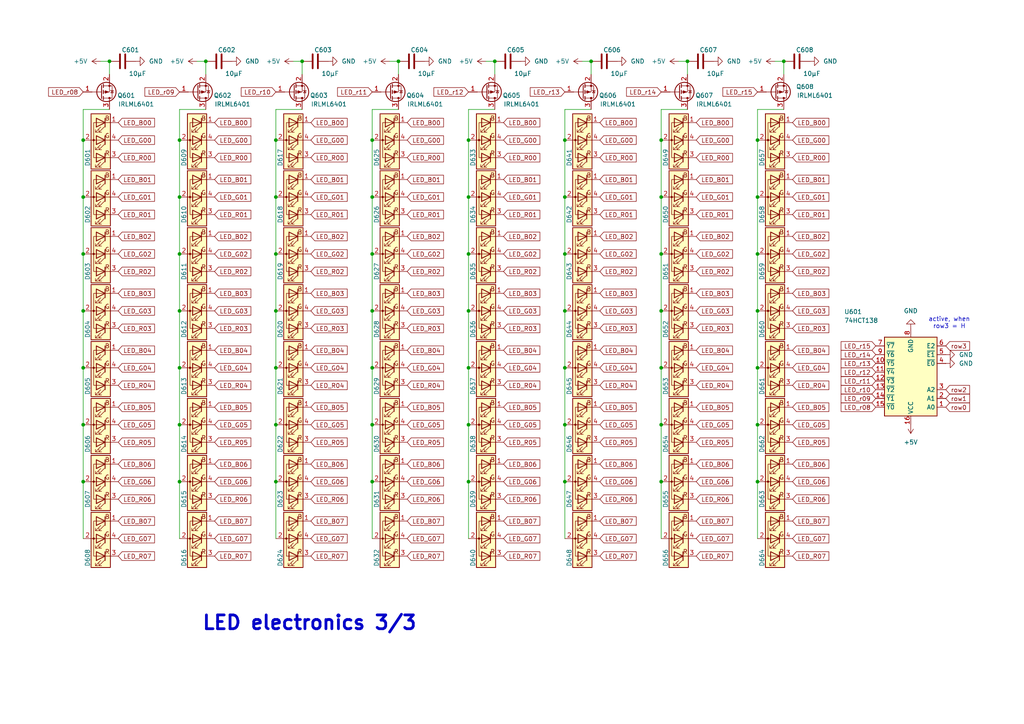
<source format=kicad_sch>
(kicad_sch (version 20231120) (generator "eeschema") (generator_version "8.0")
  (paper "A4")
  (title_block (title "RS128c") (date "2025-01-12") (rev "Rev. 1") (company "Ludwin Monz") (comment 1 "you may not use the material for commercial purposes.") (comment 2 "you may use non-commercially, adapt, share alike ") (comment 3 "https://creativecommons.org/licenses/by-nc-sa/4.0/") (comment 4 "License: Creative Commons Attribution-Non-Commercial (CC BY-NC-SA)"))
  (junction (at 107.95 106.68))
  (junction (at 227.33 17.78))
  (junction (at 135.89 90.17))
  (junction (at 163.83 73.66))
  (junction (at 24.13 123.19))
  (junction (at 163.83 40.64))
  (junction (at 219.71 90.17))
  (junction (at 135.89 123.19))
  (junction (at 52.07 73.66))
  (junction (at 24.13 40.64))
  (junction (at 107.95 40.64))
  (junction (at 80.01 139.7))
  (junction (at 163.83 90.17))
  (junction (at 52.07 57.15))
  (junction (at 163.83 57.15))
  (junction (at 191.77 73.66))
  (junction (at 199.39 17.78))
  (junction (at 80.01 90.17))
  (junction (at 24.13 73.66))
  (junction (at 87.63 17.78))
  (junction (at 219.71 139.7))
  (junction (at 80.01 106.68))
  (junction (at 52.07 123.19))
  (junction (at 115.57 17.78))
  (junction (at 163.83 139.7))
  (junction (at 219.71 123.19))
  (junction (at 52.07 90.17))
  (junction (at 191.77 139.7))
  (junction (at 52.07 40.64))
  (junction (at 191.77 106.68))
  (junction (at 24.13 90.17))
  (junction (at 107.95 90.17))
  (junction (at 163.83 123.19))
  (junction (at 24.13 57.15))
  (junction (at 163.83 106.68))
  (junction (at 219.71 40.64))
  (junction (at 59.69 17.78))
  (junction (at 219.71 73.66))
  (junction (at 135.89 106.68))
  (junction (at 31.75 17.78))
  (junction (at 171.45 17.78))
  (junction (at 219.71 106.68))
  (junction (at 80.01 73.66))
  (junction (at 191.77 123.19))
  (junction (at 80.01 57.15))
  (junction (at 135.89 139.7))
  (junction (at 135.89 40.64))
  (junction (at 143.51 17.78))
  (junction (at 191.77 57.15))
  (junction (at 24.13 139.7))
  (junction (at 52.07 106.68))
  (junction (at 107.95 73.66))
  (junction (at 191.77 90.17))
  (junction (at 107.95 57.15))
  (junction (at 80.01 40.64))
  (junction (at 80.01 123.19))
  (junction (at 219.71 57.15))
  (junction (at 24.13 106.68))
  (junction (at 135.89 57.15))
  (junction (at 107.95 123.19))
  (junction (at 107.95 139.7))
  (junction (at 52.07 139.7))
  (junction (at 135.89 73.66))
  (junction (at 191.77 40.64))
  (wire (pts (xy 31.75 31.75) (xy 24.13 31.75)))
  (wire (pts (xy 87.63 31.75) (xy 80.01 31.75)))
  (wire (pts (xy 135.89 90.17) (xy 135.89 106.68)))
  (wire (pts (xy 135.89 31.75) (xy 135.89 40.64)))
  (wire (pts (xy 107.95 139.7) (xy 107.95 156.21)))
  (wire (pts (xy 115.57 17.78) (xy 115.57 21.59)))
  (wire (pts (xy 191.77 31.75) (xy 191.77 40.64)))
  (wire (pts (xy 199.39 31.75) (xy 191.77 31.75)))
  (wire (pts (xy 191.77 73.66) (xy 191.77 90.17)))
  (wire (pts (xy 143.51 17.78) (xy 143.51 21.59)))
  (wire (pts (xy 143.51 31.75) (xy 135.89 31.75)))
  (wire (pts (xy 80.01 139.7) (xy 80.01 156.21)))
  (wire (pts (xy 52.07 31.75) (xy 52.07 40.64)))
  (wire (pts (xy 113.03 17.78) (xy 115.57 17.78)))
  (wire (pts (xy 80.01 106.68) (xy 80.01 123.19)))
  (wire (pts (xy 227.33 31.75) (xy 219.71 31.75)))
  (wire (pts (xy 163.83 73.66) (xy 163.83 90.17)))
  (wire (pts (xy 219.71 106.68) (xy 219.71 123.19)))
  (wire (pts (xy 107.95 31.75) (xy 107.95 40.64)))
  (wire (pts (xy 57.15 17.78) (xy 59.69 17.78)))
  (wire (pts (xy 85.09 17.78) (xy 87.63 17.78)))
  (wire (pts (xy 219.71 73.66) (xy 219.71 90.17)))
  (wire (pts (xy 80.01 123.19) (xy 80.01 139.7)))
  (wire (pts (xy 80.01 73.66) (xy 80.01 90.17)))
  (wire (pts (xy 24.13 57.15) (xy 24.13 73.66)))
  (wire (pts (xy 219.71 40.64) (xy 219.71 57.15)))
  (wire (pts (xy 24.13 73.66) (xy 24.13 90.17)))
  (wire (pts (xy 24.13 106.68) (xy 24.13 123.19)))
  (wire (pts (xy 163.83 106.68) (xy 163.83 123.19)))
  (wire (pts (xy 80.01 57.15) (xy 80.01 73.66)))
  (wire (pts (xy 171.45 17.78) (xy 171.45 21.59)))
  (wire (pts (xy 80.01 90.17) (xy 80.01 106.68)))
  (wire (pts (xy 24.13 123.19) (xy 24.13 139.7)))
  (wire (pts (xy 191.77 40.64) (xy 191.77 57.15)))
  (wire (pts (xy 52.07 123.19) (xy 52.07 139.7)))
  (wire (pts (xy 163.83 139.7) (xy 163.83 156.21)))
  (wire (pts (xy 52.07 90.17) (xy 52.07 106.68)))
  (wire (pts (xy 191.77 123.19) (xy 191.77 139.7)))
  (wire (pts (xy 191.77 106.68) (xy 191.77 123.19)))
  (wire (pts (xy 199.39 17.78) (xy 199.39 21.59)))
  (wire (pts (xy 168.91 17.78) (xy 171.45 17.78)))
  (wire (pts (xy 135.89 139.7) (xy 135.89 156.21)))
  (wire (pts (xy 24.13 90.17) (xy 24.13 106.68)))
  (wire (pts (xy 29.21 17.78) (xy 31.75 17.78)))
  (wire (pts (xy 219.71 90.17) (xy 219.71 106.68)))
  (wire (pts (xy 52.07 40.64) (xy 52.07 57.15)))
  (wire (pts (xy 59.69 17.78) (xy 59.69 21.59)))
  (wire (pts (xy 24.13 31.75) (xy 24.13 40.64)))
  (wire (pts (xy 191.77 57.15) (xy 191.77 73.66)))
  (wire (pts (xy 163.83 123.19) (xy 163.83 139.7)))
  (wire (pts (xy 107.95 90.17) (xy 107.95 106.68)))
  (wire (pts (xy 107.95 123.19) (xy 107.95 139.7)))
  (wire (pts (xy 227.33 17.78) (xy 227.33 21.59)))
  (wire (pts (xy 24.13 40.64) (xy 24.13 57.15)))
  (wire (pts (xy 135.89 40.64) (xy 135.89 57.15)))
  (wire (pts (xy 135.89 73.66) (xy 135.89 90.17)))
  (wire (pts (xy 107.95 73.66) (xy 107.95 90.17)))
  (wire (pts (xy 52.07 106.68) (xy 52.07 123.19)))
  (wire (pts (xy 31.75 17.78) (xy 31.75 21.59)))
  (wire (pts (xy 219.71 139.7) (xy 219.71 156.21)))
  (wire (pts (xy 80.01 31.75) (xy 80.01 40.64)))
  (wire (pts (xy 135.89 57.15) (xy 135.89 73.66)))
  (wire (pts (xy 219.71 123.19) (xy 219.71 139.7)))
  (wire (pts (xy 59.69 31.75) (xy 52.07 31.75)))
  (wire (pts (xy 52.07 73.66) (xy 52.07 90.17)))
  (wire (pts (xy 52.07 57.15) (xy 52.07 73.66)))
  (wire (pts (xy 24.13 139.7) (xy 24.13 156.21)))
  (wire (pts (xy 140.97 17.78) (xy 143.51 17.78)))
  (wire (pts (xy 163.83 31.75) (xy 163.83 40.64)))
  (wire (pts (xy 135.89 106.68) (xy 135.89 123.19)))
  (wire (pts (xy 107.95 40.64) (xy 107.95 57.15)))
  (wire (pts (xy 191.77 90.17) (xy 191.77 106.68)))
  (wire (pts (xy 52.07 139.7) (xy 52.07 156.21)))
  (wire (pts (xy 191.77 139.7) (xy 191.77 156.21)))
  (wire (pts (xy 80.01 40.64) (xy 80.01 57.15)))
  (wire (pts (xy 135.89 123.19) (xy 135.89 139.7)))
  (wire (pts (xy 219.71 31.75) (xy 219.71 40.64)))
  (wire (pts (xy 163.83 57.15) (xy 163.83 73.66)))
  (wire (pts (xy 219.71 57.15) (xy 219.71 73.66)))
  (wire (pts (xy 107.95 57.15) (xy 107.95 73.66)))
  (wire (pts (xy 163.83 40.64) (xy 163.83 57.15)))
  (wire (pts (xy 224.79 17.78) (xy 227.33 17.78)))
  (wire (pts (xy 171.45 31.75) (xy 163.83 31.75)))
  (wire (pts (xy 107.95 106.68) (xy 107.95 123.19)))
  (wire (pts (xy 115.57 31.75) (xy 107.95 31.75)))
  (wire (pts (xy 163.83 90.17) (xy 163.83 106.68)))
  (wire (pts (xy 196.85 17.78) (xy 199.39 17.78)))
  (wire (pts (xy 87.63 17.78) (xy 87.63 21.59)))
  (text "active, when\nrow3 = H" (at 275.336 93.726 0) (effects (font (size 1.27 1.27))))
  (text "LED electronics 3/3" (at 121.158 183.134 0) (effects (font (size 4 4) (thickness 0.8) (bold yes)) (justify right bottom)))
  (global_label "LED_G06" (shape input) (at 146.05 139.7 0) (property "Intersheetrefs" "${INTERSHEET_REFS}" (effects (hide yes))))
  (global_label "LED_B03" (shape input) (at 173.99 85.09 0) (property "Intersheetrefs" "${INTERSHEET_REFS}" (effects (hide yes))))
  (global_label "LED_B00" (shape input) (at 229.87 35.56 0) (property "Intersheetrefs" "${INTERSHEET_REFS}" (effects (hide yes))))
  (global_label "LED_B00" (shape input) (at 34.29 35.56 0) (property "Intersheetrefs" "${INTERSHEET_REFS}" (effects (hide yes))))
  (global_label "LED_R02" (shape input) (at 229.87 78.74 0) (property "Intersheetrefs" "${INTERSHEET_REFS}" (effects (hide yes))))
  (global_label "LED_G06" (shape input) (at 229.87 139.7 0) (property "Intersheetrefs" "${INTERSHEET_REFS}" (effects (hide yes))))
  (global_label "LED_r13" (shape input) (at 163.83 26.67 180) (property "Intersheetrefs" "${INTERSHEET_REFS}" (effects (hide yes))))
  (global_label "LED_R01" (shape input) (at 146.05 62.23 0) (property "Intersheetrefs" "${INTERSHEET_REFS}" (effects (hide yes))))
  (global_label "LED_G01" (shape input) (at 118.11 57.15 0) (property "Intersheetrefs" "${INTERSHEET_REFS}" (effects (hide yes))))
  (global_label "LED_B02" (shape input) (at 146.05 68.58 0) (property "Intersheetrefs" "${INTERSHEET_REFS}" (effects (hide yes))))
  (global_label "LED_B03" (shape input) (at 229.87 85.09 0) (property "Intersheetrefs" "${INTERSHEET_REFS}" (effects (hide yes))))
  (global_label "LED_G01" (shape input) (at 90.17 57.15 0) (property "Intersheetrefs" "${INTERSHEET_REFS}" (effects (hide yes))))
  (global_label "LED_R05" (shape input) (at 229.87 128.27 0) (property "Intersheetrefs" "${INTERSHEET_REFS}" (effects (hide yes))))
  (global_label "LED_R06" (shape input) (at 90.17 144.78 0) (property "Intersheetrefs" "${INTERSHEET_REFS}" (effects (hide yes))))
  (global_label "LED_R07" (shape input) (at 34.29 161.29 0) (property "Intersheetrefs" "${INTERSHEET_REFS}" (effects (hide yes))))
  (global_label "LED_B01" (shape input) (at 34.29 52.07 0) (property "Intersheetrefs" "${INTERSHEET_REFS}" (effects (hide yes))))
  (global_label "LED_G05" (shape input) (at 62.23 123.19 0) (property "Intersheetrefs" "${INTERSHEET_REFS}" (effects (hide yes))))
  (global_label "LED_R02" (shape input) (at 201.93 78.74 0) (property "Intersheetrefs" "${INTERSHEET_REFS}" (effects (hide yes))))
  (global_label "LED_G04" (shape input) (at 173.99 106.68 0) (property "Intersheetrefs" "${INTERSHEET_REFS}" (effects (hide yes))))
  (global_label "LED_r09" (shape input) (at 254 115.57 180) (property "Intersheetrefs" "${INTERSHEET_REFS}" (effects (hide yes))))
  (global_label "LED_B07" (shape input) (at 118.11 151.13 0) (property "Intersheetrefs" "${INTERSHEET_REFS}" (effects (hide yes))))
  (global_label "LED_B06" (shape input) (at 90.17 134.62 0) (property "Intersheetrefs" "${INTERSHEET_REFS}" (effects (hide yes))))
  (global_label "LED_R07" (shape input) (at 173.99 161.29 0) (property "Intersheetrefs" "${INTERSHEET_REFS}" (effects (hide yes))))
  (global_label "LED_G05" (shape input) (at 146.05 123.19 0) (property "Intersheetrefs" "${INTERSHEET_REFS}" (effects (hide yes))))
  (global_label "LED_R00" (shape input) (at 173.99 45.72 0) (property "Intersheetrefs" "${INTERSHEET_REFS}" (effects (hide yes))))
  (global_label "LED_R02" (shape input) (at 146.05 78.74 0) (property "Intersheetrefs" "${INTERSHEET_REFS}" (effects (hide yes))))
  (global_label "LED_R03" (shape input) (at 173.99 95.25 0) (property "Intersheetrefs" "${INTERSHEET_REFS}" (effects (hide yes))))
  (global_label "LED_R03" (shape input) (at 146.05 95.25 0) (property "Intersheetrefs" "${INTERSHEET_REFS}" (effects (hide yes))))
  (global_label "LED_B03" (shape input) (at 34.29 85.09 0) (property "Intersheetrefs" "${INTERSHEET_REFS}" (effects (hide yes))))
  (global_label "LED_B06" (shape input) (at 34.29 134.62 0) (property "Intersheetrefs" "${INTERSHEET_REFS}" (effects (hide yes))))
  (global_label "LED_R04" (shape input) (at 173.99 111.76 0) (property "Intersheetrefs" "${INTERSHEET_REFS}" (effects (hide yes))))
  (global_label "LED_G02" (shape input) (at 118.11 73.66 0) (property "Intersheetrefs" "${INTERSHEET_REFS}" (effects (hide yes))))
  (global_label "LED_B07" (shape input) (at 34.29 151.13 0) (property "Intersheetrefs" "${INTERSHEET_REFS}" (effects (hide yes))))
  (global_label "LED_R03" (shape input) (at 34.29 95.25 0) (property "Intersheetrefs" "${INTERSHEET_REFS}" (effects (hide yes))))
  (global_label "LED_R05" (shape input) (at 118.11 128.27 0) (property "Intersheetrefs" "${INTERSHEET_REFS}" (effects (hide yes))))
  (global_label "LED_B03" (shape input) (at 118.11 85.09 0) (property "Intersheetrefs" "${INTERSHEET_REFS}" (effects (hide yes))))
  (global_label "LED_B02" (shape input) (at 201.93 68.58 0) (property "Intersheetrefs" "${INTERSHEET_REFS}" (effects (hide yes))))
  (global_label "LED_R01" (shape input) (at 173.99 62.23 0) (property "Intersheetrefs" "${INTERSHEET_REFS}" (effects (hide yes))))
  (global_label "LED_R06" (shape input) (at 229.87 144.78 0) (property "Intersheetrefs" "${INTERSHEET_REFS}" (effects (hide yes))))
  (global_label "LED_G00" (shape input) (at 146.05 40.64 0) (property "Intersheetrefs" "${INTERSHEET_REFS}" (effects (hide yes))))
  (global_label "LED_R01" (shape input) (at 201.93 62.23 0) (property "Intersheetrefs" "${INTERSHEET_REFS}" (effects (hide yes))))
  (global_label "LED_B07" (shape input) (at 90.17 151.13 0) (property "Intersheetrefs" "${INTERSHEET_REFS}" (effects (hide yes))))
  (global_label "LED_r08" (shape input) (at 24.13 26.67 180) (property "Intersheetrefs" "${INTERSHEET_REFS}" (effects (hide yes))))
  (global_label "LED_G06" (shape input) (at 90.17 139.7 0) (property "Intersheetrefs" "${INTERSHEET_REFS}" (effects (hide yes))))
  (global_label "LED_B00" (shape input) (at 146.05 35.56 0) (property "Intersheetrefs" "${INTERSHEET_REFS}" (effects (hide yes))))
  (global_label "LED_B04" (shape input) (at 229.87 101.6 0) (property "Intersheetrefs" "${INTERSHEET_REFS}" (effects (hide yes))))
  (global_label "LED_G01" (shape input) (at 62.23 57.15 0) (property "Intersheetrefs" "${INTERSHEET_REFS}" (effects (hide yes))))
  (global_label "LED_B06" (shape input) (at 201.93 134.62 0) (property "Intersheetrefs" "${INTERSHEET_REFS}" (effects (hide yes))))
  (global_label "LED_R03" (shape input) (at 229.87 95.25 0) (property "Intersheetrefs" "${INTERSHEET_REFS}" (effects (hide yes))))
  (global_label "LED_R07" (shape input) (at 118.11 161.29 0) (property "Intersheetrefs" "${INTERSHEET_REFS}" (effects (hide yes))))
  (global_label "LED_G07" (shape input) (at 201.93 156.21 0) (property "Intersheetrefs" "${INTERSHEET_REFS}" (effects (hide yes))))
  (global_label "LED_B04" (shape input) (at 34.29 101.6 0) (property "Intersheetrefs" "${INTERSHEET_REFS}" (effects (hide yes))))
  (global_label "LED_G05" (shape input) (at 173.99 123.19 0) (property "Intersheetrefs" "${INTERSHEET_REFS}" (effects (hide yes))))
  (global_label "LED_B03" (shape input) (at 146.05 85.09 0) (property "Intersheetrefs" "${INTERSHEET_REFS}" (effects (hide yes))))
  (global_label "LED_B00" (shape input) (at 62.23 35.56 0) (property "Intersheetrefs" "${INTERSHEET_REFS}" (effects (hide yes))))
  (global_label "LED_G03" (shape input) (at 173.99 90.17 0) (property "Intersheetrefs" "${INTERSHEET_REFS}" (effects (hide yes))))
  (global_label "LED_R00" (shape input) (at 62.23 45.72 0) (property "Intersheetrefs" "${INTERSHEET_REFS}" (effects (hide yes))))
  (global_label "LED_B00" (shape input) (at 90.17 35.56 0) (property "Intersheetrefs" "${INTERSHEET_REFS}" (effects (hide yes))))
  (global_label "LED_G07" (shape input) (at 118.11 156.21 0) (property "Intersheetrefs" "${INTERSHEET_REFS}" (effects (hide yes))))
  (global_label "LED_R07" (shape input) (at 201.93 161.29 0) (property "Intersheetrefs" "${INTERSHEET_REFS}" (effects (hide yes))))
  (global_label "LED_G00" (shape input) (at 34.29 40.64 0) (property "Intersheetrefs" "${INTERSHEET_REFS}" (effects (hide yes))))
  (global_label "LED_G00" (shape input) (at 201.93 40.64 0) (property "Intersheetrefs" "${INTERSHEET_REFS}" (effects (hide yes))))
  (global_label "LED_G06" (shape input) (at 173.99 139.7 0) (property "Intersheetrefs" "${INTERSHEET_REFS}" (effects (hide yes))))
  (global_label "LED_R02" (shape input) (at 118.11 78.74 0) (property "Intersheetrefs" "${INTERSHEET_REFS}" (effects (hide yes))))
  (global_label "LED_B02" (shape input) (at 90.17 68.58 0) (property "Intersheetrefs" "${INTERSHEET_REFS}" (effects (hide yes))))
  (global_label "LED_B07" (shape input) (at 146.05 151.13 0) (property "Intersheetrefs" "${INTERSHEET_REFS}" (effects (hide yes))))
  (global_label "LED_R04" (shape input) (at 62.23 111.76 0) (property "Intersheetrefs" "${INTERSHEET_REFS}" (effects (hide yes))))
  (global_label "row0" (shape input) (at 274.32 118.11 0) (property "Intersheetrefs" "${INTERSHEET_REFS}" (effects (hide yes))))
  (global_label "LED_B06" (shape input) (at 229.87 134.62 0) (property "Intersheetrefs" "${INTERSHEET_REFS}" (effects (hide yes))))
  (global_label "LED_B01" (shape input) (at 201.93 52.07 0) (property "Intersheetrefs" "${INTERSHEET_REFS}" (effects (hide yes))))
  (global_label "LED_R02" (shape input) (at 62.23 78.74 0) (property "Intersheetrefs" "${INTERSHEET_REFS}" (effects (hide yes))))
  (global_label "LED_G05" (shape input) (at 90.17 123.19 0) (property "Intersheetrefs" "${INTERSHEET_REFS}" (effects (hide yes))))
  (global_label "LED_B05" (shape input) (at 34.29 118.11 0) (property "Intersheetrefs" "${INTERSHEET_REFS}" (effects (hide yes))))
  (global_label "LED_G05" (shape input) (at 229.87 123.19 0) (property "Intersheetrefs" "${INTERSHEET_REFS}" (effects (hide yes))))
  (global_label "LED_R00" (shape input) (at 118.11 45.72 0) (property "Intersheetrefs" "${INTERSHEET_REFS}" (effects (hide yes))))
  (global_label "LED_R06" (shape input) (at 201.93 144.78 0) (property "Intersheetrefs" "${INTERSHEET_REFS}" (effects (hide yes))))
  (global_label "LED_B00" (shape input) (at 201.93 35.56 0) (property "Intersheetrefs" "${INTERSHEET_REFS}" (effects (hide yes))))
  (global_label "LED_B04" (shape input) (at 90.17 101.6 0) (property "Intersheetrefs" "${INTERSHEET_REFS}" (effects (hide yes))))
  (global_label "LED_B01" (shape input) (at 229.87 52.07 0) (property "Intersheetrefs" "${INTERSHEET_REFS}" (effects (hide yes))))
  (global_label "LED_G02" (shape input) (at 34.29 73.66 0) (property "Intersheetrefs" "${INTERSHEET_REFS}" (effects (hide yes))))
  (global_label "LED_R04" (shape input) (at 118.11 111.76 0) (property "Intersheetrefs" "${INTERSHEET_REFS}" (effects (hide yes))))
  (global_label "LED_R04" (shape input) (at 146.05 111.76 0) (property "Intersheetrefs" "${INTERSHEET_REFS}" (effects (hide yes))))
  (global_label "LED_G00" (shape input) (at 173.99 40.64 0) (property "Intersheetrefs" "${INTERSHEET_REFS}" (effects (hide yes))))
  (global_label "LED_B05" (shape input) (at 201.93 118.11 0) (property "Intersheetrefs" "${INTERSHEET_REFS}" (effects (hide yes))))
  (global_label "LED_R01" (shape input) (at 62.23 62.23 0) (property "Intersheetrefs" "${INTERSHEET_REFS}" (effects (hide yes))))
  (global_label "LED_G02" (shape input) (at 173.99 73.66 0) (property "Intersheetrefs" "${INTERSHEET_REFS}" (effects (hide yes))))
  (global_label "LED_G04" (shape input) (at 201.93 106.68 0) (property "Intersheetrefs" "${INTERSHEET_REFS}" (effects (hide yes))))
  (global_label "LED_G03" (shape input) (at 201.93 90.17 0) (property "Intersheetrefs" "${INTERSHEET_REFS}" (effects (hide yes))))
  (global_label "LED_B05" (shape input) (at 118.11 118.11 0) (property "Intersheetrefs" "${INTERSHEET_REFS}" (effects (hide yes))))
  (global_label "row2" (shape input) (at 274.32 113.03 0) (property "Intersheetrefs" "${INTERSHEET_REFS}" (effects (hide yes))))
  (global_label "LED_R01" (shape input) (at 90.17 62.23 0) (property "Intersheetrefs" "${INTERSHEET_REFS}" (effects (hide yes))))
  (global_label "LED_G07" (shape input) (at 146.05 156.21 0) (property "Intersheetrefs" "${INTERSHEET_REFS}" (effects (hide yes))))
  (global_label "LED_B06" (shape input) (at 146.05 134.62 0) (property "Intersheetrefs" "${INTERSHEET_REFS}" (effects (hide yes))))
  (global_label "LED_B04" (shape input) (at 62.23 101.6 0) (property "Intersheetrefs" "${INTERSHEET_REFS}" (effects (hide yes))))
  (global_label "LED_G02" (shape input) (at 62.23 73.66 0) (property "Intersheetrefs" "${INTERSHEET_REFS}" (effects (hide yes))))
  (global_label "LED_B05" (shape input) (at 229.87 118.11 0) (property "Intersheetrefs" "${INTERSHEET_REFS}" (effects (hide yes))))
  (global_label "LED_R04" (shape input) (at 201.93 111.76 0) (property "Intersheetrefs" "${INTERSHEET_REFS}" (effects (hide yes))))
  (global_label "LED_B02" (shape input) (at 173.99 68.58 0) (property "Intersheetrefs" "${INTERSHEET_REFS}" (effects (hide yes))))
  (global_label "LED_R06" (shape input) (at 173.99 144.78 0) (property "Intersheetrefs" "${INTERSHEET_REFS}" (effects (hide yes))))
  (global_label "LED_G03" (shape input) (at 62.23 90.17 0) (property "Intersheetrefs" "${INTERSHEET_REFS}" (effects (hide yes))))
  (global_label "LED_B05" (shape input) (at 90.17 118.11 0) (property "Intersheetrefs" "${INTERSHEET_REFS}" (effects (hide yes))))
  (global_label "LED_B04" (shape input) (at 146.05 101.6 0) (property "Intersheetrefs" "${INTERSHEET_REFS}" (effects (hide yes))))
  (global_label "LED_R04" (shape input) (at 229.87 111.76 0) (property "Intersheetrefs" "${INTERSHEET_REFS}" (effects (hide yes))))
  (global_label "LED_B07" (shape input) (at 62.23 151.13 0) (property "Intersheetrefs" "${INTERSHEET_REFS}" (effects (hide yes))))
  (global_label "LED_G07" (shape input) (at 62.23 156.21 0) (property "Intersheetrefs" "${INTERSHEET_REFS}" (effects (hide yes))))
  (global_label "LED_R03" (shape input) (at 62.23 95.25 0) (property "Intersheetrefs" "${INTERSHEET_REFS}" (effects (hide yes))))
  (global_label "LED_R07" (shape input) (at 90.17 161.29 0) (property "Intersheetrefs" "${INTERSHEET_REFS}" (effects (hide yes))))
  (global_label "LED_G02" (shape input) (at 146.05 73.66 0) (property "Intersheetrefs" "${INTERSHEET_REFS}" (effects (hide yes))))
  (global_label "LED_G04" (shape input) (at 118.11 106.68 0) (property "Intersheetrefs" "${INTERSHEET_REFS}" (effects (hide yes))))
  (global_label "LED_R03" (shape input) (at 201.93 95.25 0) (property "Intersheetrefs" "${INTERSHEET_REFS}" (effects (hide yes))))
  (global_label "LED_R05" (shape input) (at 173.99 128.27 0) (property "Intersheetrefs" "${INTERSHEET_REFS}" (effects (hide yes))))
  (global_label "LED_R00" (shape input) (at 229.87 45.72 0) (property "Intersheetrefs" "${INTERSHEET_REFS}" (effects (hide yes))))
  (global_label "LED_B07" (shape input) (at 229.87 151.13 0) (property "Intersheetrefs" "${INTERSHEET_REFS}" (effects (hide yes))))
  (global_label "LED_G04" (shape input) (at 229.87 106.68 0) (property "Intersheetrefs" "${INTERSHEET_REFS}" (effects (hide yes))))
  (global_label "LED_G02" (shape input) (at 90.17 73.66 0) (property "Intersheetrefs" "${INTERSHEET_REFS}" (effects (hide yes))))
  (global_label "LED_G01" (shape input) (at 34.29 57.15 0) (property "Intersheetrefs" "${INTERSHEET_REFS}" (effects (hide yes))))
  (global_label "LED_B04" (shape input) (at 201.93 101.6 0) (property "Intersheetrefs" "${INTERSHEET_REFS}" (effects (hide yes))))
  (global_label "LED_R01" (shape input) (at 34.29 62.23 0) (property "Intersheetrefs" "${INTERSHEET_REFS}" (effects (hide yes))))
  (global_label "LED_B01" (shape input) (at 62.23 52.07 0) (property "Intersheetrefs" "${INTERSHEET_REFS}" (effects (hide yes))))
  (global_label "LED_R03" (shape input) (at 90.17 95.25 0) (property "Intersheetrefs" "${INTERSHEET_REFS}" (effects (hide yes))))
  (global_label "LED_G07" (shape input) (at 90.17 156.21 0) (property "Intersheetrefs" "${INTERSHEET_REFS}" (effects (hide yes))))
  (global_label "LED_r10" (shape input) (at 254 113.03 180) (property "Intersheetrefs" "${INTERSHEET_REFS}" (effects (hide yes))))
  (global_label "LED_B06" (shape input) (at 62.23 134.62 0) (property "Intersheetrefs" "${INTERSHEET_REFS}" (effects (hide yes))))
  (global_label "LED_R02" (shape input) (at 173.99 78.74 0) (property "Intersheetrefs" "${INTERSHEET_REFS}" (effects (hide yes))))
  (global_label "LED_B05" (shape input) (at 62.23 118.11 0) (property "Intersheetrefs" "${INTERSHEET_REFS}" (effects (hide yes))))
  (global_label "LED_G04" (shape input) (at 62.23 106.68 0) (property "Intersheetrefs" "${INTERSHEET_REFS}" (effects (hide yes))))
  (global_label "LED_R07" (shape input) (at 229.87 161.29 0) (property "Intersheetrefs" "${INTERSHEET_REFS}" (effects (hide yes))))
  (global_label "LED_G03" (shape input) (at 229.87 90.17 0) (property "Intersheetrefs" "${INTERSHEET_REFS}" (effects (hide yes))))
  (global_label "LED_B03" (shape input) (at 201.93 85.09 0) (property "Intersheetrefs" "${INTERSHEET_REFS}" (effects (hide yes))))
  (global_label "LED_B03" (shape input) (at 90.17 85.09 0) (property "Intersheetrefs" "${INTERSHEET_REFS}" (effects (hide yes))))
  (global_label "LED_R01" (shape input) (at 118.11 62.23 0) (property "Intersheetrefs" "${INTERSHEET_REFS}" (effects (hide yes))))
  (global_label "LED_r09" (shape input) (at 52.07 26.67 180) (property "Intersheetrefs" "${INTERSHEET_REFS}" (effects (hide yes))))
  (global_label "LED_R05" (shape input) (at 146.05 128.27 0) (property "Intersheetrefs" "${INTERSHEET_REFS}" (effects (hide yes))))
  (global_label "LED_R05" (shape input) (at 201.93 128.27 0) (property "Intersheetrefs" "${INTERSHEET_REFS}" (effects (hide yes))))
  (global_label "LED_G03" (shape input) (at 146.05 90.17 0) (property "Intersheetrefs" "${INTERSHEET_REFS}" (effects (hide yes))))
  (global_label "LED_R02" (shape input) (at 34.29 78.74 0) (property "Intersheetrefs" "${INTERSHEET_REFS}" (effects (hide yes))))
  (global_label "LED_G04" (shape input) (at 34.29 106.68 0) (property "Intersheetrefs" "${INTERSHEET_REFS}" (effects (hide yes))))
  (global_label "LED_B04" (shape input) (at 118.11 101.6 0) (property "Intersheetrefs" "${INTERSHEET_REFS}" (effects (hide yes))))
  (global_label "LED_B02" (shape input) (at 34.29 68.58 0) (property "Intersheetrefs" "${INTERSHEET_REFS}" (effects (hide yes))))
  (global_label "LED_R01" (shape input) (at 229.87 62.23 0) (property "Intersheetrefs" "${INTERSHEET_REFS}" (effects (hide yes))))
  (global_label "LED_R03" (shape input) (at 118.11 95.25 0) (property "Intersheetrefs" "${INTERSHEET_REFS}" (effects (hide yes))))
  (global_label "LED_G07" (shape input) (at 173.99 156.21 0) (property "Intersheetrefs" "${INTERSHEET_REFS}" (effects (hide yes))))
  (global_label "LED_B04" (shape input) (at 173.99 101.6 0) (property "Intersheetrefs" "${INTERSHEET_REFS}" (effects (hide yes))))
  (global_label "LED_R05" (shape input) (at 90.17 128.27 0) (property "Intersheetrefs" "${INTERSHEET_REFS}" (effects (hide yes))))
  (global_label "LED_r14" (shape input) (at 191.77 26.67 180) (property "Intersheetrefs" "${INTERSHEET_REFS}" (effects (hide yes))))
  (global_label "LED_G07" (shape input) (at 229.87 156.21 0) (property "Intersheetrefs" "${INTERSHEET_REFS}" (effects (hide yes))))
  (global_label "LED_R00" (shape input) (at 201.93 45.72 0) (property "Intersheetrefs" "${INTERSHEET_REFS}" (effects (hide yes))))
  (global_label "LED_B07" (shape input) (at 201.93 151.13 0) (property "Intersheetrefs" "${INTERSHEET_REFS}" (effects (hide yes))))
  (global_label "LED_B01" (shape input) (at 90.17 52.07 0) (property "Intersheetrefs" "${INTERSHEET_REFS}" (effects (hide yes))))
  (global_label "LED_G00" (shape input) (at 90.17 40.64 0) (property "Intersheetrefs" "${INTERSHEET_REFS}" (effects (hide yes))))
  (global_label "LED_r12" (shape input) (at 254 107.95 180) (property "Intersheetrefs" "${INTERSHEET_REFS}" (effects (hide yes))))
  (global_label "LED_R04" (shape input) (at 34.29 111.76 0) (property "Intersheetrefs" "${INTERSHEET_REFS}" (effects (hide yes))))
  (global_label "LED_B02" (shape input) (at 229.87 68.58 0) (property "Intersheetrefs" "${INTERSHEET_REFS}" (effects (hide yes))))
  (global_label "LED_B02" (shape input) (at 118.11 68.58 0) (property "Intersheetrefs" "${INTERSHEET_REFS}" (effects (hide yes))))
  (global_label "LED_B06" (shape input) (at 118.11 134.62 0) (property "Intersheetrefs" "${INTERSHEET_REFS}" (effects (hide yes))))
  (global_label "LED_R07" (shape input) (at 146.05 161.29 0) (property "Intersheetrefs" "${INTERSHEET_REFS}" (effects (hide yes))))
  (global_label "LED_R00" (shape input) (at 90.17 45.72 0) (property "Intersheetrefs" "${INTERSHEET_REFS}" (effects (hide yes))))
  (global_label "LED_G04" (shape input) (at 146.05 106.68 0) (property "Intersheetrefs" "${INTERSHEET_REFS}" (effects (hide yes))))
  (global_label "LED_G01" (shape input) (at 229.87 57.15 0) (property "Intersheetrefs" "${INTERSHEET_REFS}" (effects (hide yes))))
  (global_label "LED_B06" (shape input) (at 173.99 134.62 0) (property "Intersheetrefs" "${INTERSHEET_REFS}" (effects (hide yes))))
  (global_label "LED_B05" (shape input) (at 173.99 118.11 0) (property "Intersheetrefs" "${INTERSHEET_REFS}" (effects (hide yes))))
  (global_label "LED_G01" (shape input) (at 201.93 57.15 0) (property "Intersheetrefs" "${INTERSHEET_REFS}" (effects (hide yes))))
  (global_label "LED_G02" (shape input) (at 201.93 73.66 0) (property "Intersheetrefs" "${INTERSHEET_REFS}" (effects (hide yes))))
  (global_label "LED_G01" (shape input) (at 173.99 57.15 0) (property "Intersheetrefs" "${INTERSHEET_REFS}" (effects (hide yes))))
  (global_label "LED_r11" (shape input) (at 107.95 26.67 180) (property "Intersheetrefs" "${INTERSHEET_REFS}" (effects (hide yes))))
  (global_label "LED_G04" (shape input) (at 90.17 106.68 0) (property "Intersheetrefs" "${INTERSHEET_REFS}" (effects (hide yes))))
  (global_label "row3" (shape input) (at 274.32 100.33 0) (property "Intersheetrefs" "${INTERSHEET_REFS}" (effects (hide yes))))
  (global_label "LED_R00" (shape input) (at 34.29 45.72 0) (property "Intersheetrefs" "${INTERSHEET_REFS}" (effects (hide yes))))
  (global_label "LED_r15" (shape input) (at 254 100.33 180) (property "Intersheetrefs" "${INTERSHEET_REFS}" (effects (hide yes))))
  (global_label "LED_G06" (shape input) (at 118.11 139.7 0) (property "Intersheetrefs" "${INTERSHEET_REFS}" (effects (hide yes))))
  (global_label "LED_r12" (shape input) (at 135.89 26.67 180) (property "Intersheetrefs" "${INTERSHEET_REFS}" (effects (hide yes))))
  (global_label "LED_B01" (shape input) (at 173.99 52.07 0) (property "Intersheetrefs" "${INTERSHEET_REFS}" (effects (hide yes))))
  (global_label "LED_G00" (shape input) (at 229.87 40.64 0) (property "Intersheetrefs" "${INTERSHEET_REFS}" (effects (hide yes))))
  (global_label "LED_r15" (shape input) (at 219.71 26.67 180) (property "Intersheetrefs" "${INTERSHEET_REFS}" (effects (hide yes))))
  (global_label "LED_R02" (shape input) (at 90.17 78.74 0) (property "Intersheetrefs" "${INTERSHEET_REFS}" (effects (hide yes))))
  (global_label "LED_G05" (shape input) (at 201.93 123.19 0) (property "Intersheetrefs" "${INTERSHEET_REFS}" (effects (hide yes))))
  (global_label "LED_B03" (shape input) (at 62.23 85.09 0) (property "Intersheetrefs" "${INTERSHEET_REFS}" (effects (hide yes))))
  (global_label "LED_G03" (shape input) (at 118.11 90.17 0) (property "Intersheetrefs" "${INTERSHEET_REFS}" (effects (hide yes))))
  (global_label "LED_r13" (shape input) (at 254 105.41 180) (property "Intersheetrefs" "${INTERSHEET_REFS}" (effects (hide yes))))
  (global_label "LED_B05" (shape input) (at 146.05 118.11 0) (property "Intersheetrefs" "${INTERSHEET_REFS}" (effects (hide yes))))
  (global_label "LED_B00" (shape input) (at 118.11 35.56 0) (property "Intersheetrefs" "${INTERSHEET_REFS}" (effects (hide yes))))
  (global_label "LED_G03" (shape input) (at 34.29 90.17 0) (property "Intersheetrefs" "${INTERSHEET_REFS}" (effects (hide yes))))
  (global_label "LED_r08" (shape input) (at 254 118.11 180) (property "Intersheetrefs" "${INTERSHEET_REFS}" (effects (hide yes))))
  (global_label "LED_R04" (shape input) (at 90.17 111.76 0) (property "Intersheetrefs" "${INTERSHEET_REFS}" (effects (hide yes))))
  (global_label "LED_R06" (shape input) (at 118.11 144.78 0) (property "Intersheetrefs" "${INTERSHEET_REFS}" (effects (hide yes))))
  (global_label "LED_G06" (shape input) (at 62.23 139.7 0) (property "Intersheetrefs" "${INTERSHEET_REFS}" (effects (hide yes))))
  (global_label "LED_r11" (shape input) (at 254 110.49 180) (property "Intersheetrefs" "${INTERSHEET_REFS}" (effects (hide yes))))
  (global_label "LED_G00" (shape input) (at 118.11 40.64 0) (property "Intersheetrefs" "${INTERSHEET_REFS}" (effects (hide yes))))
  (global_label "LED_G05" (shape input) (at 34.29 123.19 0) (property "Intersheetrefs" "${INTERSHEET_REFS}" (effects (hide yes))))
  (global_label "LED_R06" (shape input) (at 62.23 144.78 0) (property "Intersheetrefs" "${INTERSHEET_REFS}" (effects (hide yes))))
  (global_label "LED_R06" (shape input) (at 146.05 144.78 0) (property "Intersheetrefs" "${INTERSHEET_REFS}" (effects (hide yes))))
  (global_label "LED_r14" (shape input) (at 254 102.87 180) (property "Intersheetrefs" "${INTERSHEET_REFS}" (effects (hide yes))))
  (global_label "LED_G07" (shape input) (at 34.29 156.21 0) (property "Intersheetrefs" "${INTERSHEET_REFS}" (effects (hide yes))))
  (global_label "row1" (shape input) (at 274.32 115.57 0) (property "Intersheetrefs" "${INTERSHEET_REFS}" (effects (hide yes))))
  (global_label "LED_B02" (shape input) (at 62.23 68.58 0) (property "Intersheetrefs" "${INTERSHEET_REFS}" (effects (hide yes))))
  (global_label "LED_G00" (shape input) (at 62.23 40.64 0) (property "Intersheetrefs" "${INTERSHEET_REFS}" (effects (hide yes))))
  (global_label "LED_B00" (shape input) (at 173.99 35.56 0) (property "Intersheetrefs" "${INTERSHEET_REFS}" (effects (hide yes))))
  (global_label "LED_r10" (shape input) (at 80.01 26.67 180) (property "Intersheetrefs" "${INTERSHEET_REFS}" (effects (hide yes))))
  (global_label "LED_G06" (shape input) (at 34.29 139.7 0) (property "Intersheetrefs" "${INTERSHEET_REFS}" (effects (hide yes))))
  (global_label "LED_G06" (shape input) (at 201.93 139.7 0) (property "Intersheetrefs" "${INTERSHEET_REFS}" (effects (hide yes))))
  (global_label "LED_B01" (shape input) (at 146.05 52.07 0) (property "Intersheetrefs" "${INTERSHEET_REFS}" (effects (hide yes))))
  (global_label "LED_G01" (shape input) (at 146.05 57.15 0) (property "Intersheetrefs" "${INTERSHEET_REFS}" (effects (hide yes))))
  (global_label "LED_R06" (shape input) (at 34.29 144.78 0) (property "Intersheetrefs" "${INTERSHEET_REFS}" (effects (hide yes))))
  (global_label "LED_B07" (shape input) (at 173.99 151.13 0) (property "Intersheetrefs" "${INTERSHEET_REFS}" (effects (hide yes))))
  (global_label "LED_R07" (shape input) (at 62.23 161.29 0) (property "Intersheetrefs" "${INTERSHEET_REFS}" (effects (hide yes))))
  (global_label "LED_R05" (shape input) (at 34.29 128.27 0) (property "Intersheetrefs" "${INTERSHEET_REFS}" (effects (hide yes))))
  (global_label "LED_B01" (shape input) (at 118.11 52.07 0) (property "Intersheetrefs" "${INTERSHEET_REFS}" (effects (hide yes))))
  (global_label "LED_G02" (shape input) (at 229.87 73.66 0) (property "Intersheetrefs" "${INTERSHEET_REFS}" (effects (hide yes))))
  (global_label "LED_G05" (shape input) (at 118.11 123.19 0) (property "Intersheetrefs" "${INTERSHEET_REFS}" (effects (hide yes))))
  (global_label "LED_R00" (shape input) (at 146.05 45.72 0) (property "Intersheetrefs" "${INTERSHEET_REFS}" (effects (hide yes))))
  (global_label "LED_G03" (shape input) (at 90.17 90.17 0) (property "Intersheetrefs" "${INTERSHEET_REFS}" (effects (hide yes))))
  (global_label "LED_R05" (shape input) (at 62.23 128.27 0) (property "Intersheetrefs" "${INTERSHEET_REFS}" (effects (hide yes))))
  (symbol (lib_name "GND_2") (lib_id "power:GND") (at 274.32 102.87 90) (unit 1)
    (property "Reference" "#PWR0631" (effects (hide yes)))
    (property "Value" "GND" (at 278.13 102.8699 90) (effects (justify right)))
    (property "Description" "Power symbol creates a global label with name \"GND\" , ground" (effects (hide yes)))
  )
  (symbol (lib_id "power:+5V") (at 140.97 17.78 90) (unit 1)
    (property "Reference" "#PWR0609" (effects (hide yes)))
    (property "Value" "+5V" (at 137.16 17.7799 90) (effects (justify left)))
  )
  (symbol (lib_id "Device:LED_BARG") (at 196.85 73.66 180) (unit 1)
    (property "Reference" "D651" (at 193.04 81.28 90) (effects (justify right)))
    (property "Value" "LED_BARG" (effects (hide yes)))
    (property "Footprint" "my_footprints:LED_RGB_1210" (effects (hide yes)))
    (property "LCSC" "C513366" (effects (hide yes)))
  )
  (symbol (lib_id "power:GND") (at 67.31 17.78 90) (unit 1)
    (property "Reference" "#PWR0604" (effects (hide yes)))
    (property "Value" "GND" (at 71.12 17.78 90) (effects (justify right)))
  )
  (symbol (lib_id "Device:LED_BARG") (at 140.97 57.15 180) (unit 1)
    (property "Reference" "D634" (at 137.16 64.77 90) (effects (justify right)))
    (property "Value" "LED_BARG" (effects (hide yes)))
    (property "Footprint" "my_footprints:LED_RGB_1210" (effects (hide yes)))
    (property "LCSC" "C513366" (effects (hide yes)))
  )
  (symbol (lib_id "power:GND") (at 207.01 17.78 90) (unit 1)
    (property "Reference" "#PWR0614" (effects (hide yes)))
    (property "Value" "GND" (at 210.82 17.78 90) (effects (justify right)))
  )
  (symbol (lib_id "Device:LED_BARG") (at 224.79 40.64 180) (unit 1)
    (property "Reference" "D657" (at 220.98 48.26 90) (effects (justify right)))
    (property "Value" "LED_BARG" (effects (hide yes)))
    (property "Footprint" "my_footprints:LED_RGB_1210" (effects (hide yes)))
    (property "LCSC" "C513366" (effects (hide yes)))
  )
  (symbol (lib_id "Device:LED_BARG") (at 85.09 90.17 180) (unit 1)
    (property "Reference" "D620" (at 81.28 98.044 90) (effects (justify right)))
    (property "Value" "LED_BARG" (effects (hide yes)))
    (property "Footprint" "my_footprints:LED_RGB_1210" (effects (hide yes)))
    (property "LCSC" "C513366" (effects (hide yes)))
  )
  (symbol (lib_id "Device:LED_BARG") (at 224.79 123.19 180) (unit 1)
    (property "Reference" "D662" (at 220.98 131.318 90) (effects (justify right)))
    (property "Value" "LED_BARG" (effects (hide yes)))
    (property "Footprint" "my_footprints:LED_RGB_1210" (effects (hide yes)))
    (property "LCSC" "C513366" (effects (hide yes)))
  )
  (symbol (lib_id "Device:LED_BARG") (at 113.03 139.7 180) (unit 1)
    (property "Reference" "D631" (at 109.22 147.32 90) (effects (justify right)))
    (property "Value" "LED_BARG" (effects (hide yes)))
    (property "Footprint" "my_footprints:LED_RGB_1210" (effects (hide yes)))
    (property "LCSC" "C513366" (effects (hide yes)))
  )
  (symbol (lib_id "Device:LED_BARG") (at 140.97 139.7 180) (unit 1)
    (property "Reference" "D639" (at 137.16 147.32 90) (effects (justify right)))
    (property "Value" "LED_BARG" (effects (hide yes)))
    (property "Footprint" "my_footprints:LED_RGB_1210" (effects (hide yes)))
    (property "LCSC" "C513366" (effects (hide yes)))
  )
  (symbol (lib_id "Device:LED_BARG") (at 113.03 40.64 180) (unit 1)
    (property "Reference" "D625" (at 109.22 48.26 90) (effects (justify right)))
    (property "Value" "LED_BARG" (effects (hide yes)))
    (property "Footprint" "my_footprints:LED_RGB_1210" (effects (hide yes)))
    (property "LCSC" "C513366" (effects (hide yes)))
  )
  (symbol (lib_id "Device:LED_BARG") (at 196.85 123.19 180) (unit 1)
    (property "Reference" "D654" (at 193.04 131.318 90) (effects (justify right)))
    (property "Value" "LED_BARG" (effects (hide yes)))
    (property "Footprint" "my_footprints:LED_RGB_1210" (effects (hide yes)))
    (property "LCSC" "C513366" (effects (hide yes)))
  )
  (symbol (lib_id "power:GND") (at 95.25 17.78 90) (unit 1)
    (property "Reference" "#PWR0606" (effects (hide yes)))
    (property "Value" "GND" (at 99.06 17.78 90) (effects (justify right)))
  )
  (symbol (lib_id "Device:LED_BARG") (at 140.97 156.21 180) (unit 1)
    (property "Reference" "D640" (at 137.16 164.338 90) (effects (justify right)))
    (property "Value" "LED_BARG" (effects (hide yes)))
    (property "Footprint" "my_footprints:LED_RGB_1210" (effects (hide yes)))
    (property "LCSC" "C513366" (effects (hide yes)))
  )
  (symbol (lib_id "Transistor_FET:IRLML6401") (at 196.85 26.67 0) (mirror x) (unit 1)
    (property "Reference" "Q607" (at 201.676 27.686 0) (effects (justify left)))
    (property "Value" "IRLML6401" (at 201.93 30.226 0) (effects (justify left)))
    (property "Footprint" "Package_TO_SOT_SMD:SOT-23" (effects (hide yes)))
    (property "Datasheet" "https://www.infineon.com/dgdl/irlml6401pbf.pdf?fileId=5546d462533600a401535668b96d2634" (effects (hide yes)))
    (property "LCSC" "C2835446" (effects (hide yes)))
  )
  (symbol (lib_id "Device:C") (at 35.56 17.78 90) (unit 1)
    (property "Reference" "C601" (at 40.386 14.478 90) (effects (justify left)))
    (property "Value" "10µF" (at 42.418 21.336 90) (effects (justify left)))
    (property "Footprint" "Capacitor_SMD:C_0603_1608Metric" (effects (hide yes)))
    (property "LCSC" "C96446" (effects (hide yes)))
  )
  (symbol (lib_id "Device:LED_BARG") (at 168.91 156.21 180) (unit 1)
    (property "Reference" "D648" (at 165.1 164.338 90) (effects (justify right)))
    (property "Value" "LED_BARG" (effects (hide yes)))
    (property "Footprint" "my_footprints:LED_RGB_1210" (effects (hide yes)))
    (property "LCSC" "C513366" (effects (hide yes)))
  )
  (symbol (lib_id "Transistor_FET:IRLML6401") (at 85.09 26.67 0) (mirror x) (unit 1)
    (property "Reference" "Q603" (at 89.916 27.686 0) (effects (justify left)))
    (property "Value" "IRLML6401" (at 90.17 30.226 0) (effects (justify left)))
    (property "Footprint" "Package_TO_SOT_SMD:SOT-23" (effects (hide yes)))
    (property "Datasheet" "https://www.infineon.com/dgdl/irlml6401pbf.pdf?fileId=5546d462533600a401535668b96d2634" (effects (hide yes)))
    (property "LCSC" "C2835446" (effects (hide yes)))
  )
  (symbol (lib_id "Device:LED_BARG") (at 168.91 57.15 180) (unit 1)
    (property "Reference" "D642" (at 165.1 64.77 90) (effects (justify right)))
    (property "Value" "LED_BARG" (effects (hide yes)))
    (property "Footprint" "my_footprints:LED_RGB_1210" (effects (hide yes)))
    (property "LCSC" "C513366" (effects (hide yes)))
  )
  (symbol (lib_id "Device:LED_BARG") (at 196.85 106.68 180) (unit 1)
    (property "Reference" "D653" (at 193.04 114.554 90) (effects (justify right)))
    (property "Value" "LED_BARG" (effects (hide yes)))
    (property "Footprint" "my_footprints:LED_RGB_1210" (effects (hide yes)))
    (property "LCSC" "C513366" (effects (hide yes)))
  )
  (symbol (lib_id "Device:LED_BARG") (at 85.09 139.7 180) (unit 1)
    (property "Reference" "D623" (at 81.28 147.32 90) (effects (justify right)))
    (property "Value" "LED_BARG" (effects (hide yes)))
    (property "Footprint" "my_footprints:LED_RGB_1210" (effects (hide yes)))
    (property "LCSC" "C513366" (effects (hide yes)))
  )
  (symbol (lib_id "Device:LED_BARG") (at 29.21 73.66 180) (unit 1)
    (property "Reference" "D603" (at 25.4 81.28 90) (effects (justify right)))
    (property "Value" "LED_BARG" (effects (hide yes)))
    (property "Footprint" "my_footprints:LED_RGB_1210" (effects (hide yes)))
    (property "LCSC" "C513366" (effects (hide yes)))
  )
  (symbol (lib_id "Transistor_FET:IRLML6401") (at 29.21 26.67 0) (mirror x) (unit 1)
    (property "Reference" "Q601" (at 34.036 27.686 0) (effects (justify left)))
    (property "Value" "IRLML6401" (at 34.29 30.226 0) (effects (justify left)))
    (property "Footprint" "Package_TO_SOT_SMD:SOT-23" (effects (hide yes)))
    (property "Datasheet" "https://www.infineon.com/dgdl/irlml6401pbf.pdf?fileId=5546d462533600a401535668b96d2634" (effects (hide yes)))
    (property "LCSC" "C2835446" (effects (hide yes)))
  )
  (symbol (lib_id "Device:C") (at 231.14 17.78 90) (unit 1)
    (property "Reference" "C608" (at 235.966 14.478 90) (effects (justify left)))
    (property "Value" "10µF" (at 237.998 21.336 90) (effects (justify left)))
    (property "Footprint" "Capacitor_SMD:C_0603_1608Metric" (effects (hide yes)))
    (property "LCSC" "C96446" (effects (hide yes)))
  )
  (symbol (lib_id "Transistor_FET:IRLML6401") (at 224.79 26.67 0) (mirror x) (unit 1)
    (property "Reference" "Q608" (at 230.886 25.146 0) (effects (justify left)))
    (property "Value" "IRLML6401" (at 231.14 27.686 0) (effects (justify left)))
    (property "Footprint" "Package_TO_SOT_SMD:SOT-23" (effects (hide yes)))
    (property "Datasheet" "https://www.infineon.com/dgdl/irlml6401pbf.pdf?fileId=5546d462533600a401535668b96d2634" (effects (hide yes)))
    (property "LCSC" "C2835446" (effects (hide yes)))
  )
  (symbol (lib_id "Device:LED_BARG") (at 168.91 139.7 180) (unit 1)
    (property "Reference" "D647" (at 165.1 147.32 90) (effects (justify right)))
    (property "Value" "LED_BARG" (effects (hide yes)))
    (property "Footprint" "my_footprints:LED_RGB_1210" (effects (hide yes)))
    (property "LCSC" "C513366" (effects (hide yes)))
  )
  (symbol (lib_id "Device:LED_BARG") (at 168.91 40.64 180) (unit 1)
    (property "Reference" "D641" (at 165.1 48.26 90) (effects (justify right)))
    (property "Value" "LED_BARG" (effects (hide yes)))
    (property "Footprint" "my_footprints:LED_RGB_1210" (effects (hide yes)))
    (property "LCSC" "C513366" (effects (hide yes)))
  )
  (symbol (lib_id "Device:LED_BARG") (at 224.79 139.7 180) (unit 1)
    (property "Reference" "D663" (at 220.98 147.32 90) (effects (justify right)))
    (property "Value" "LED_BARG" (effects (hide yes)))
    (property "Footprint" "my_footprints:LED_RGB_1210" (effects (hide yes)))
    (property "LCSC" "C513366" (effects (hide yes)))
  )
  (symbol (lib_id "Device:LED_BARG") (at 224.79 90.17 180) (unit 1)
    (property "Reference" "D660" (at 220.98 98.044 90) (effects (justify right)))
    (property "Value" "LED_BARG" (effects (hide yes)))
    (property "Footprint" "my_footprints:LED_RGB_1210" (effects (hide yes)))
    (property "LCSC" "C513366" (effects (hide yes)))
  )
  (symbol (lib_id "Device:LED_BARG") (at 224.79 57.15 180) (unit 1)
    (property "Reference" "D658" (at 220.98 64.77 90) (effects (justify right)))
    (property "Value" "LED_BARG" (effects (hide yes)))
    (property "Footprint" "my_footprints:LED_RGB_1210" (effects (hide yes)))
    (property "LCSC" "C513366" (effects (hide yes)))
  )
  (symbol (lib_id "Device:C") (at 203.2 17.78 90) (unit 1)
    (property "Reference" "C607" (at 208.026 14.478 90) (effects (justify left)))
    (property "Value" "10µF" (at 210.058 21.336 90) (effects (justify left)))
    (property "Footprint" "Capacitor_SMD:C_0603_1608Metric" (effects (hide yes)))
    (property "LCSC" "C96446" (effects (hide yes)))
  )
  (symbol (lib_id "Device:LED_BARG") (at 113.03 106.68 180) (unit 1)
    (property "Reference" "D629" (at 109.22 114.554 90) (effects (justify right)))
    (property "Value" "LED_BARG" (effects (hide yes)))
    (property "Footprint" "my_footprints:LED_RGB_1210" (effects (hide yes)))
    (property "LCSC" "C513366" (effects (hide yes)))
  )
  (symbol (lib_id "Device:LED_BARG") (at 57.15 139.7 180) (unit 1)
    (property "Reference" "D615" (at 53.34 147.32 90) (effects (justify right)))
    (property "Value" "LED_BARG" (effects (hide yes)))
    (property "Footprint" "my_footprints:LED_RGB_1210" (effects (hide yes)))
    (property "LCSC" "C513366" (effects (hide yes)))
  )
  (symbol (lib_id "Device:LED_BARG") (at 57.15 156.21 180) (unit 1)
    (property "Reference" "D616" (at 53.34 164.338 90) (effects (justify right)))
    (property "Value" "LED_BARG" (effects (hide yes)))
    (property "Footprint" "my_footprints:LED_RGB_1210" (effects (hide yes)))
    (property "LCSC" "C513366" (effects (hide yes)))
  )
  (symbol (lib_id "Device:LED_BARG") (at 57.15 57.15 180) (unit 1)
    (property "Reference" "D610" (at 53.34 64.77 90) (effects (justify right)))
    (property "Value" "LED_BARG" (effects (hide yes)))
    (property "Footprint" "my_footprints:LED_RGB_1210" (effects (hide yes)))
    (property "LCSC" "C513366" (effects (hide yes)))
  )
  (symbol (lib_id "power:+5V") (at 29.21 17.78 90) (unit 1)
    (property "Reference" "#PWR0601" (effects (hide yes)))
    (property "Value" "+5V" (at 25.4 17.7799 90) (effects (justify left)))
  )
  (symbol (lib_id "power:GND") (at 151.13 17.78 90) (unit 1)
    (property "Reference" "#PWR0610" (effects (hide yes)))
    (property "Value" "GND" (at 154.94 17.78 90) (effects (justify right)))
  )
  (symbol (lib_id "Device:LED_BARG") (at 140.97 73.66 180) (unit 1)
    (property "Reference" "D635" (at 137.16 81.28 90) (effects (justify right)))
    (property "Value" "LED_BARG" (effects (hide yes)))
    (property "Footprint" "my_footprints:LED_RGB_1210" (effects (hide yes)))
    (property "LCSC" "C513366" (effects (hide yes)))
  )
  (symbol (lib_id "power:GND") (at 179.07 17.78 90) (unit 1)
    (property "Reference" "#PWR0612" (effects (hide yes)))
    (property "Value" "GND" (at 182.88 17.78 90) (effects (justify right)))
  )
  (symbol (lib_name "GND_3") (lib_id "power:GND") (at 264.16 95.25 180) (unit 1)
    (property "Reference" "#PWR0625" (effects (hide yes)))
    (property "Value" "GND" (at 264.16 90.17 0))
    (property "Description" "Power symbol creates a global label with name \"GND\" , ground" (effects (hide yes)))
  )
  (symbol (lib_id "Device:LED_BARG") (at 113.03 57.15 180) (unit 1)
    (property "Reference" "D626" (at 109.22 64.77 90) (effects (justify right)))
    (property "Value" "LED_BARG" (effects (hide yes)))
    (property "Footprint" "my_footprints:LED_RGB_1210" (effects (hide yes)))
    (property "LCSC" "C513366" (effects (hide yes)))
  )
  (symbol (lib_name "+5V_2") (lib_id "power:+5V") (at 264.16 123.19 180) (unit 1)
    (property "Reference" "#PWR0626" (effects (hide yes)))
    (property "Value" "+5V" (at 264.16 128.27 0))
    (property "Description" "Power symbol creates a global label with name \"+5V\"" (effects (hide yes)))
  )
  (symbol (lib_id "Device:LED_BARG") (at 224.79 156.21 180) (unit 1)
    (property "Reference" "D664" (at 220.98 164.338 90) (effects (justify right)))
    (property "Value" "LED_BARG" (effects (hide yes)))
    (property "Footprint" "my_footprints:LED_RGB_1210" (effects (hide yes)))
    (property "LCSC" "C513366" (effects (hide yes)))
  )
  (symbol (lib_id "Device:LED_BARG") (at 168.91 123.19 180) (unit 1)
    (property "Reference" "D646" (at 165.1 131.318 90) (effects (justify right)))
    (property "Value" "LED_BARG" (effects (hide yes)))
    (property "Footprint" "my_footprints:LED_RGB_1210" (effects (hide yes)))
    (property "LCSC" "C513366" (effects (hide yes)))
  )
  (symbol (lib_id "Device:LED_BARG") (at 29.21 106.68 180) (unit 1)
    (property "Reference" "D605" (at 25.4 114.554 90) (effects (justify right)))
    (property "Value" "LED_BARG" (effects (hide yes)))
    (property "Footprint" "my_footprints:LED_RGB_1210" (effects (hide yes)))
    (property "LCSC" "C513366" (effects (hide yes)))
  )
  (symbol (lib_id "Device:LED_BARG") (at 29.21 139.7 180) (unit 1)
    (property "Reference" "D607" (at 25.4 147.32 90) (effects (justify right)))
    (property "Value" "LED_BARG" (effects (hide yes)))
    (property "Footprint" "my_footprints:LED_RGB_1210" (effects (hide yes)))
    (property "LCSC" "C513366" (effects (hide yes)))
  )
  (symbol (lib_id "Device:LED_BARG") (at 57.15 123.19 180) (unit 1)
    (property "Reference" "D614" (at 53.34 131.318 90) (effects (justify right)))
    (property "Value" "LED_BARG" (effects (hide yes)))
    (property "Footprint" "my_footprints:LED_RGB_1210" (effects (hide yes)))
    (property "LCSC" "C513366" (effects (hide yes)))
  )
  (symbol (lib_id "Device:LED_BARG") (at 57.15 73.66 180) (unit 1)
    (property "Reference" "D611" (at 53.34 81.28 90) (effects (justify right)))
    (property "Value" "LED_BARG" (effects (hide yes)))
    (property "Footprint" "my_footprints:LED_RGB_1210" (effects (hide yes)))
    (property "LCSC" "C513366" (effects (hide yes)))
  )
  (symbol (lib_id "Device:LED_BARG") (at 196.85 90.17 180) (unit 1)
    (property "Reference" "D652" (at 193.04 98.044 90) (effects (justify right)))
    (property "Value" "LED_BARG" (effects (hide yes)))
    (property "Footprint" "my_footprints:LED_RGB_1210" (effects (hide yes)))
    (property "LCSC" "C513366" (effects (hide yes)))
  )
  (symbol (lib_id "Device:LED_BARG") (at 85.09 40.64 180) (unit 1)
    (property "Reference" "D617" (at 81.28 48.26 90) (effects (justify right)))
    (property "Value" "LED_BARG" (effects (hide yes)))
    (property "Footprint" "my_footprints:LED_RGB_1210" (effects (hide yes)))
    (property "LCSC" "C513366" (effects (hide yes)))
  )
  (symbol (lib_id "Device:LED_BARG") (at 224.79 106.68 180) (unit 1)
    (property "Reference" "D661" (at 220.98 114.554 90) (effects (justify right)))
    (property "Value" "LED_BARG" (effects (hide yes)))
    (property "Footprint" "my_footprints:LED_RGB_1210" (effects (hide yes)))
    (property "LCSC" "C513366" (effects (hide yes)))
  )
  (symbol (lib_id "Device:LED_BARG") (at 113.03 73.66 180) (unit 1)
    (property "Reference" "D627" (at 109.22 81.28 90) (effects (justify right)))
    (property "Value" "LED_BARG" (effects (hide yes)))
    (property "Footprint" "my_footprints:LED_RGB_1210" (effects (hide yes)))
    (property "LCSC" "C513366" (effects (hide yes)))
  )
  (symbol (lib_id "Device:LED_BARG") (at 85.09 156.21 180) (unit 1)
    (property "Reference" "D624" (at 81.28 164.338 90) (effects (justify right)))
    (property "Value" "LED_BARG" (effects (hide yes)))
    (property "Footprint" "my_footprints:LED_RGB_1210" (effects (hide yes)))
    (property "LCSC" "C513366" (effects (hide yes)))
  )
  (symbol (lib_id "Device:LED_BARG") (at 140.97 123.19 180) (unit 1)
    (property "Reference" "D638" (at 137.16 131.318 90) (effects (justify right)))
    (property "Value" "LED_BARG" (effects (hide yes)))
    (property "Footprint" "my_footprints:LED_RGB_1210" (effects (hide yes)))
    (property "LCSC" "C513366" (effects (hide yes)))
  )
  (symbol (lib_id "power:+5V") (at 168.91 17.78 90) (unit 1)
    (property "Reference" "#PWR0611" (effects (hide yes)))
    (property "Value" "+5V" (at 165.1 17.7799 90) (effects (justify left)))
  )
  (symbol (lib_id "Device:LED_BARG") (at 140.97 40.64 180) (unit 1)
    (property "Reference" "D633" (at 137.16 48.26 90) (effects (justify right)))
    (property "Value" "LED_BARG" (effects (hide yes)))
    (property "Footprint" "my_footprints:LED_RGB_1210" (effects (hide yes)))
    (property "LCSC" "C513366" (effects (hide yes)))
  )
  (symbol (lib_id "power:+5V") (at 113.03 17.78 90) (unit 1)
    (property "Reference" "#PWR0607" (effects (hide yes)))
    (property "Value" "+5V" (at 109.22 17.7799 90) (effects (justify left)))
  )
  (symbol (lib_id "Device:LED_BARG") (at 29.21 40.64 180) (unit 1)
    (property "Reference" "D601" (at 25.4 48.26 90) (effects (justify right)))
    (property "Value" "LED_BARG" (effects (hide yes)))
    (property "Footprint" "my_footprints:LED_RGB_1210" (effects (hide yes)))
    (property "LCSC" "C513366" (effects (hide yes)))
  )
  (symbol (lib_id "Device:LED_BARG") (at 113.03 123.19 180) (unit 1)
    (property "Reference" "D630" (at 109.22 131.318 90) (effects (justify right)))
    (property "Value" "LED_BARG" (effects (hide yes)))
    (property "Footprint" "my_footprints:LED_RGB_1210" (effects (hide yes)))
    (property "LCSC" "C513366" (effects (hide yes)))
  )
  (symbol (lib_id "Device:LED_BARG") (at 57.15 90.17 180) (unit 1)
    (property "Reference" "D612" (at 53.34 98.044 90) (effects (justify right)))
    (property "Value" "LED_BARG" (effects (hide yes)))
    (property "Footprint" "my_footprints:LED_RGB_1210" (effects (hide yes)))
    (property "LCSC" "C513366" (effects (hide yes)))
  )
  (symbol (lib_id "Transistor_FET:IRLML6401") (at 168.91 26.67 0) (mirror x) (unit 1)
    (property "Reference" "Q606" (at 173.736 27.686 0) (effects (justify left)))
    (property "Value" "IRLML6401" (at 173.99 30.226 0) (effects (justify left)))
    (property "Footprint" "Package_TO_SOT_SMD:SOT-23" (effects (hide yes)))
    (property "Datasheet" "https://www.infineon.com/dgdl/irlml6401pbf.pdf?fileId=5546d462533600a401535668b96d2634" (effects (hide yes)))
    (property "LCSC" "C2835446" (effects (hide yes)))
  )
  (symbol (lib_id "power:+5V") (at 196.85 17.78 90) (unit 1)
    (property "Reference" "#PWR0613" (effects (hide yes)))
    (property "Value" "+5V" (at 193.04 17.7799 90) (effects (justify left)))
  )
  (symbol (lib_id "power:GND") (at 123.19 17.78 90) (unit 1)
    (property "Reference" "#PWR0608" (effects (hide yes)))
    (property "Value" "GND" (at 127 17.78 90) (effects (justify right)))
  )
  (symbol (lib_id "Device:LED_BARG") (at 113.03 156.21 180) (unit 1)
    (property "Reference" "D632" (at 109.22 164.338 90) (effects (justify right)))
    (property "Value" "LED_BARG" (effects (hide yes)))
    (property "Footprint" "my_footprints:LED_RGB_1210" (effects (hide yes)))
    (property "LCSC" "C513366" (effects (hide yes)))
  )
  (symbol (lib_id "power:+5V") (at 224.79 17.78 90) (unit 1)
    (property "Reference" "#PWR0615" (effects (hide yes)))
    (property "Value" "+5V" (at 220.98 17.7799 90) (effects (justify left)))
  )
  (symbol (lib_id "Device:LED_BARG") (at 140.97 90.17 180) (unit 1)
    (property "Reference" "D636" (at 137.16 98.044 90) (effects (justify right)))
    (property "Value" "LED_BARG" (effects (hide yes)))
    (property "Footprint" "my_footprints:LED_RGB_1210" (effects (hide yes)))
    (property "LCSC" "C513366" (effects (hide yes)))
  )
  (symbol (lib_id "Device:LED_BARG") (at 196.85 156.21 180) (unit 1)
    (property "Reference" "D656" (at 193.04 164.338 90) (effects (justify right)))
    (property "Value" "LED_BARG" (effects (hide yes)))
    (property "Footprint" "my_footprints:LED_RGB_1210" (effects (hide yes)))
    (property "LCSC" "C513366" (effects (hide yes)))
  )
  (symbol (lib_id "Transistor_FET:IRLML6401") (at 57.15 26.67 0) (mirror x) (unit 1)
    (property "Reference" "Q602" (at 61.976 27.686 0) (effects (justify left)))
    (property "Value" "IRLML6401" (at 62.23 30.226 0) (effects (justify left)))
    (property "Footprint" "Package_TO_SOT_SMD:SOT-23" (effects (hide yes)))
    (property "Datasheet" "https://www.infineon.com/dgdl/irlml6401pbf.pdf?fileId=5546d462533600a401535668b96d2634" (effects (hide yes)))
    (property "LCSC" "C2835446" (effects (hide yes)))
  )
  (symbol (lib_id "Device:LED_BARG") (at 168.91 106.68 180) (unit 1)
    (property "Reference" "D645" (at 165.1 114.554 90) (effects (justify right)))
    (property "Value" "LED_BARG" (effects (hide yes)))
    (property "Footprint" "my_footprints:LED_RGB_1210" (effects (hide yes)))
    (property "LCSC" "C513366" (effects (hide yes)))
  )
  (symbol (lib_id "Transistor_FET:IRLML6401") (at 140.97 26.67 0) (mirror x) (unit 1)
    (property "Reference" "Q605" (at 145.796 27.686 0) (effects (justify left)))
    (property "Value" "IRLML6401" (at 146.05 30.226 0) (effects (justify left)))
    (property "Footprint" "Package_TO_SOT_SMD:SOT-23" (effects (hide yes)))
    (property "Datasheet" "https://www.infineon.com/dgdl/irlml6401pbf.pdf?fileId=5546d462533600a401535668b96d2634" (effects (hide yes)))
    (property "LCSC" "C2835446" (effects (hide yes)))
  )
  (symbol (lib_id "Device:C") (at 91.44 17.78 90) (unit 1)
    (property "Reference" "C603" (at 96.266 14.478 90) (effects (justify left)))
    (property "Value" "10µF" (at 98.298 21.336 90) (effects (justify left)))
    (property "Footprint" "Capacitor_SMD:C_0603_1608Metric" (effects (hide yes)))
    (property "LCSC" "C96446" (effects (hide yes)))
  )
  (symbol (lib_name "GND_3") (lib_id "power:GND") (at 274.32 105.41 90) (unit 1)
    (property "Reference" "#PWR0632" (effects (hide yes)))
    (property "Value" "GND" (at 278.13 105.4099 90) (effects (justify right)))
    (property "Description" "Power symbol creates a global label with name \"GND\" , ground" (effects (hide yes)))
  )
  (symbol (lib_id "Device:C") (at 147.32 17.78 90) (unit 1)
    (property "Reference" "C605" (at 152.146 14.478 90) (effects (justify left)))
    (property "Value" "10µF" (at 154.178 21.336 90) (effects (justify left)))
    (property "Footprint" "Capacitor_SMD:C_0603_1608Metric" (effects (hide yes)))
    (property "LCSC" "C96446" (effects (hide yes)))
  )
  (symbol (lib_id "Device:LED_BARG") (at 140.97 106.68 180) (unit 1)
    (property "Reference" "D637" (at 137.16 114.554 90) (effects (justify right)))
    (property "Value" "LED_BARG" (effects (hide yes)))
    (property "Footprint" "my_footprints:LED_RGB_1210" (effects (hide yes)))
    (property "LCSC" "C513366" (effects (hide yes)))
  )
  (symbol (lib_id "Device:LED_BARG") (at 57.15 40.64 180) (unit 1)
    (property "Reference" "D609" (at 53.34 48.26 90) (effects (justify right)))
    (property "Value" "LED_BARG" (effects (hide yes)))
    (property "Footprint" "my_footprints:LED_RGB_1210" (effects (hide yes)))
    (property "LCSC" "C513366" (effects (hide yes)))
  )
  (symbol (lib_id "Device:LED_BARG") (at 29.21 156.21 180) (unit 1)
    (property "Reference" "D608" (at 25.4 164.338 90) (effects (justify right)))
    (property "Value" "LED_BARG" (effects (hide yes)))
    (property "Footprint" "my_footprints:LED_RGB_1210" (effects (hide yes)))
    (property "LCSC" "C513366" (effects (hide yes)))
  )
  (symbol (lib_id "power:+5V") (at 57.15 17.78 90) (unit 1)
    (property "Reference" "#PWR0603" (effects (hide yes)))
    (property "Value" "+5V" (at 53.34 17.7799 90) (effects (justify left)))
  )
  (symbol (lib_id "Device:LED_BARG") (at 168.91 90.17 180) (unit 1)
    (property "Reference" "D644" (at 165.1 98.044 90) (effects (justify right)))
    (property "Value" "LED_BARG" (effects (hide yes)))
    (property "Footprint" "my_footprints:LED_RGB_1210" (effects (hide yes)))
    (property "LCSC" "C513366" (effects (hide yes)))
  )
  (symbol (lib_id "Device:LED_BARG") (at 224.79 73.66 180) (unit 1)
    (property "Reference" "D659" (at 220.98 81.28 90) (effects (justify right)))
    (property "Value" "LED_BARG" (effects (hide yes)))
    (property "Footprint" "my_footprints:LED_RGB_1210" (effects (hide yes)))
    (property "LCSC" "C513366" (effects (hide yes)))
  )
  (symbol (lib_id "power:+5V") (at 85.09 17.78 90) (unit 1)
    (property "Reference" "#PWR0605" (effects (hide yes)))
    (property "Value" "+5V" (at 81.28 17.7799 90) (effects (justify left)))
  )
  (symbol (lib_id "Device:LED_BARG") (at 113.03 90.17 180) (unit 1)
    (property "Reference" "D628" (at 109.22 98.044 90) (effects (justify right)))
    (property "Value" "LED_BARG" (effects (hide yes)))
    (property "Footprint" "my_footprints:LED_RGB_1210" (effects (hide yes)))
    (property "LCSC" "C513366" (effects (hide yes)))
  )
  (symbol (lib_id "Device:LED_BARG") (at 85.09 123.19 180) (unit 1)
    (property "Reference" "D622" (at 81.28 131.318 90) (effects (justify right)))
    (property "Value" "LED_BARG" (effects (hide yes)))
    (property "Footprint" "my_footprints:LED_RGB_1210" (effects (hide yes)))
    (property "LCSC" "C513366" (effects (hide yes)))
  )
  (symbol (lib_id "Device:LED_BARG") (at 196.85 57.15 180) (unit 1)
    (property "Reference" "D650" (at 193.04 64.77 90) (effects (justify right)))
    (property "Value" "LED_BARG" (effects (hide yes)))
    (property "Footprint" "my_footprints:LED_RGB_1210" (effects (hide yes)))
    (property "LCSC" "C513366" (effects (hide yes)))
  )
  (symbol (lib_id "Device:LED_BARG") (at 29.21 90.17 180) (unit 1)
    (property "Reference" "D604" (at 25.4 98.044 90) (effects (justify right)))
    (property "Value" "LED_BARG" (effects (hide yes)))
    (property "Footprint" "my_footprints:LED_RGB_1210" (effects (hide yes)))
    (property "LCSC" "C513366" (effects (hide yes)))
  )
  (symbol (lib_id "Device:LED_BARG") (at 196.85 139.7 180) (unit 1)
    (property "Reference" "D655" (at 193.04 147.32 90) (effects (justify right)))
    (property "Value" "LED_BARG" (effects (hide yes)))
    (property "Footprint" "my_footprints:LED_RGB_1210" (effects (hide yes)))
    (property "LCSC" "C513366" (effects (hide yes)))
  )
  (symbol (lib_id "Device:C") (at 63.5 17.78 90) (unit 1)
    (property "Reference" "C602" (at 68.326 14.478 90) (effects (justify left)))
    (property "Value" "10µF" (at 70.358 21.336 90) (effects (justify left)))
    (property "Footprint" "Capacitor_SMD:C_0603_1608Metric" (effects (hide yes)))
    (property "LCSC" "C96446" (effects (hide yes)))
  )
  (symbol (lib_id "Transistor_FET:IRLML6401") (at 113.03 26.67 0) (mirror x) (unit 1)
    (property "Reference" "Q604" (at 117.856 27.686 0) (effects (justify left)))
    (property "Value" "IRLML6401" (at 118.11 30.226 0) (effects (justify left)))
    (property "Footprint" "Package_TO_SOT_SMD:SOT-23" (effects (hide yes)))
    (property "Datasheet" "https://www.infineon.com/dgdl/irlml6401pbf.pdf?fileId=5546d462533600a401535668b96d2634" (effects (hide yes)))
    (property "LCSC" "C2835446" (effects (hide yes)))
  )
  (symbol (lib_id "power:GND") (at 39.37 17.78 90) (unit 1)
    (property "Reference" "#PWR0602" (effects (hide yes)))
    (property "Value" "GND" (at 43.18 17.78 90) (effects (justify right)))
  )
  (symbol (lib_id "Device:LED_BARG") (at 196.85 40.64 180) (unit 1)
    (property "Reference" "D649" (at 193.04 48.26 90) (effects (justify right)))
    (property "Value" "LED_BARG" (effects (hide yes)))
    (property "Footprint" "my_footprints:LED_RGB_1210" (effects (hide yes)))
    (property "LCSC" "C513366" (effects (hide yes)))
  )
  (symbol (lib_id "Device:LED_BARG") (at 85.09 106.68 180) (unit 1)
    (property "Reference" "D621" (at 81.28 114.554 90) (effects (justify right)))
    (property "Value" "LED_BARG" (effects (hide yes)))
    (property "Footprint" "my_footprints:LED_RGB_1210" (effects (hide yes)))
    (property "LCSC" "C513366" (effects (hide yes)))
  )
  (symbol (lib_id "Device:LED_BARG") (at 29.21 123.19 180) (unit 1)
    (property "Reference" "D606" (at 25.4 131.318 90) (effects (justify right)))
    (property "Value" "LED_BARG" (effects (hide yes)))
    (property "Footprint" "my_footprints:LED_RGB_1210" (effects (hide yes)))
    (property "LCSC" "C513366" (effects (hide yes)))
  )
  (symbol (lib_id "Device:C") (at 175.26 17.78 90) (unit 1)
    (property "Reference" "C606" (at 180.086 14.478 90) (effects (justify left)))
    (property "Value" "10µF" (at 182.118 21.336 90) (effects (justify left)))
    (property "Footprint" "Capacitor_SMD:C_0603_1608Metric" (effects (hide yes)))
    (property "LCSC" "C96446" (effects (hide yes)))
  )
  (symbol (lib_id "74xx:74HCT138") (at 264.16 107.95 180) (unit 1)
    (property "Reference" "U601" (at 244.856 90.424 0) (effects (justify right)))
    (property "Value" "74HCT138" (at 244.856 92.964 0) (effects (justify right)))
    (property "Footprint" "Package_SO:SO-16_3.9x9.9mm_P1.27mm" (effects (hide yes)))
    (property "Datasheet" "http://www.ti.com/lit/ds/symlink/cd74hc238.pdf" (effects (hide yes)))
    (property "Description" "3-to-8 line decoder/multiplexer inverting, DIP-16/SOIC-16/SSOP-16" (effects (hide yes)))
  )
  (symbol (lib_id "Device:C") (at 119.38 17.78 90) (unit 1)
    (property "Reference" "C604" (at 124.206 14.478 90) (effects (justify left)))
    (property "Value" "10µF" (at 126.238 21.336 90) (effects (justify left)))
    (property "Footprint" "Capacitor_SMD:C_0603_1608Metric" (effects (hide yes)))
    (property "LCSC" "C96446" (effects (hide yes)))
  )
  (symbol (lib_id "Device:LED_BARG") (at 57.15 106.68 180) (unit 1)
    (property "Reference" "D613" (at 53.34 114.554 90) (effects (justify right)))
    (property "Value" "LED_BARG" (effects (hide yes)))
    (property "Footprint" "my_footprints:LED_RGB_1210" (effects (hide yes)))
    (property "LCSC" "C513366" (effects (hide yes)))
  )
  (symbol (lib_id "Device:LED_BARG") (at 29.21 57.15 180) (unit 1)
    (property "Reference" "D602" (at 25.4 64.77 90) (effects (justify right)))
    (property "Value" "LED_BARG" (effects (hide yes)))
    (property "Footprint" "my_footprints:LED_RGB_1210" (effects (hide yes)))
    (property "LCSC" "C513366" (effects (hide yes)))
  )
  (symbol (lib_id "Device:LED_BARG") (at 85.09 73.66 180) (unit 1)
    (property "Reference" "D619" (at 81.28 81.28 90) (effects (justify right)))
    (property "Value" "LED_BARG" (effects (hide yes)))
    (property "Footprint" "my_footprints:LED_RGB_1210" (effects (hide yes)))
    (property "LCSC" "C513366" (effects (hide yes)))
  )
  (symbol (lib_id "Device:LED_BARG") (at 85.09 57.15 180) (unit 1)
    (property "Reference" "D618" (at 81.28 64.77 90) (effects (justify right)))
    (property "Value" "LED_BARG" (effects (hide yes)))
    (property "Footprint" "my_footprints:LED_RGB_1210" (effects (hide yes)))
    (property "LCSC" "C513366" (effects (hide yes)))
  )
  (symbol (lib_id "power:GND") (at 234.95 17.78 90) (unit 1)
    (property "Reference" "#PWR0616" (effects (hide yes)))
    (property "Value" "GND" (at 238.76 17.78 90) (effects (justify right)))
  )
  (symbol (lib_id "Device:LED_BARG") (at 168.91 73.66 180) (unit 1)
    (property "Reference" "D643" (at 165.1 81.28 90) (effects (justify right)))
    (property "Value" "LED_BARG" (effects (hide yes)))
    (property "Footprint" "my_footprints:LED_RGB_1210" (effects (hide yes)))
    (property "LCSC" "C513366" (effects (hide yes)))
  )
)
</source>
